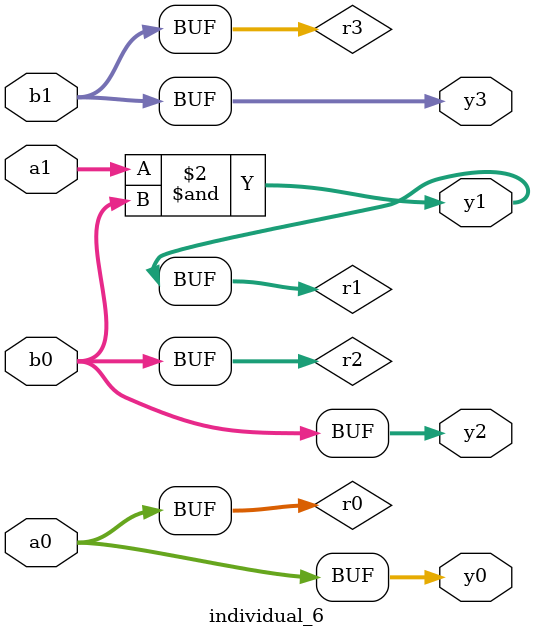
<source format=sv>
module individual_6(input logic [15:0] a1, input logic [15:0] a0, input logic [15:0] b1, input logic [15:0] b0, output logic [15:0] y3, output logic [15:0] y2, output logic [15:0] y1, output logic [15:0] y0);
logic [15:0] r0, r1, r2, r3; 
 always@(*) begin 
	 r0 = a0; r1 = a1; r2 = b0; r3 = b1; 
 	 r1  &=  b0 ;
 	 y3 = r3; y2 = r2; y1 = r1; y0 = r0; 
end
endmodule
</source>
